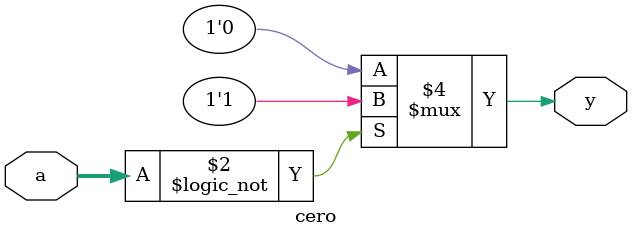
<source format=v>
module cero(a, y);
	input [31:0] a;
	output reg y;
	always @(*)begin
	if(a==32'b0)
	begin
		y = 1;
	end	
	else
	begin
		y = 0;
	end
	end
endmodule


</source>
